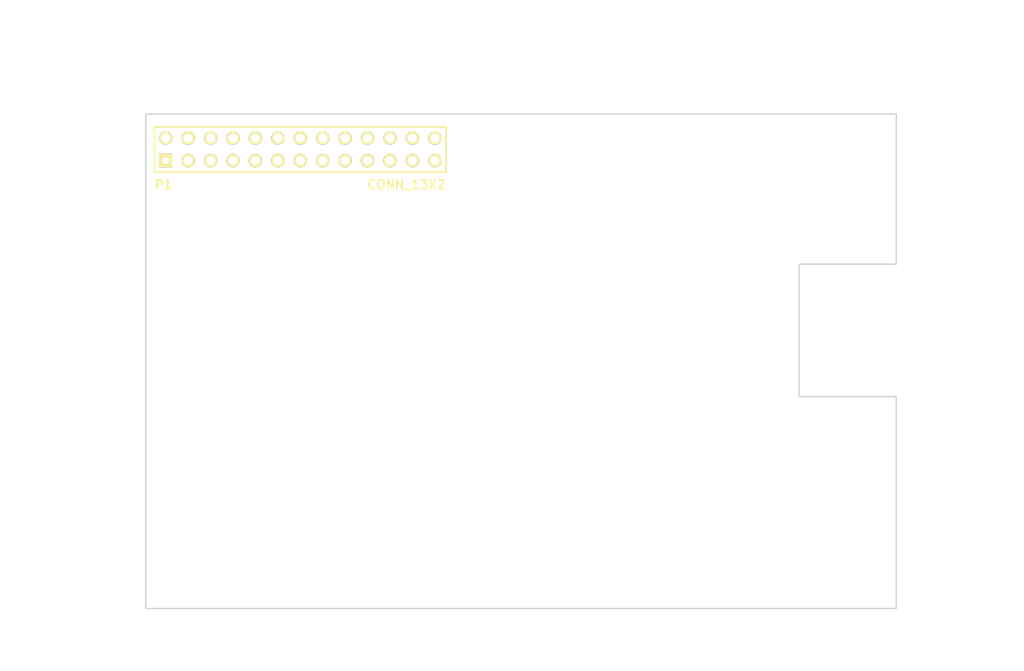
<source format=kicad_pcb>
(kicad_pcb (version 20221018) (generator pcbnew)
  (title_block (date "15 nov 2012"))
  (layers (0 "F.Cu" signal) (31 "B.Cu" signal) (34 "B.Paste" user) (35 "F.Paste" user) (36 "B.SilkS" user) (37 "F.SilkS" user) (38 "B.Mask" user) (39 "F.Mask" user) (44 "Edge.Cuts" user))
  (net 0 "")
  (net 1 "+3.3V")
  (net 2 "+5V")
  (net 3 "GND")
  (footprint "pin_array_13x2" (layer "F.Cu") (at 161 129)
    (fp_text reference "P1" (at -15.5 4) (layer "F.SilkS") (effects (font (size 1.016 1.016) (thickness 0.2032))))
    (fp_text value "CONN_13X2" (at 12 4) (layer "F.SilkS") (effects (font (size 1.016 1.016) (thickness 0.2032))))
    (fp_line (start -16.51 -2.54) (end -16.51 2.54) (stroke (width 0.2032)) (layer "F.SilkS"))
    (fp_line (start -16.51 2.54) (end 16.51 2.54) (stroke (width 0.2032)) (layer "F.SilkS"))
    (fp_line (start 16.51 -2.54) (end -16.51 -2.54) (stroke (width 0.2032)) (layer "F.SilkS"))
    (fp_line (start 16.51 2.54) (end 16.51 -2.54) (stroke (width 0.2032)) (layer "F.SilkS"))
    (pad "1" thru_hole rect (at -15.24 1.27) (size 1.524 1.524) (drill 0.8128) (layers "*.Cu" "*.Mask" "F.SilkS") (net 1 "+3.3V"))
    (pad "2" thru_hole circle (at -15.24 -1.27) (size 1.524 1.524) (drill 1.016) (layers "*.Cu" "*.Mask" "F.SilkS") (net 2 "+5V"))
    (pad "3" thru_hole circle (at -12.7 1.27) (size 1.524 1.524) (drill 1.016) (layers "*.Cu" "*.Mask" "F.SilkS"))
    (pad "4" thru_hole circle (at -12.7 -1.27) (size 1.524 1.524) (drill 1.016) (layers "*.Cu" "*.Mask" "F.SilkS"))
    (pad "5" thru_hole circle (at -10.16 1.27) (size 1.524 1.524) (drill 1.016) (layers "*.Cu" "*.Mask" "F.SilkS"))
    (pad "6" thru_hole circle (at -10.16 -1.27) (size 1.524 1.524) (drill 1.016) (layers "*.Cu" "*.Mask" "F.SilkS") (net 3 "GND"))
    (pad "7" thru_hole circle (at -7.62 1.27) (size 1.524 1.524) (drill 1.016) (layers "*.Cu" "*.Mask" "F.SilkS"))
    (pad "8" thru_hole circle (at -7.62 -1.27) (size 1.524 1.524) (drill 1.016) (layers "*.Cu" "*.Mask" "F.SilkS"))
    (pad "9" thru_hole circle (at -5.08 1.27) (size 1.524 1.524) (drill 1.016) (layers "*.Cu" "*.Mask" "F.SilkS"))
    (pad "10" thru_hole circle (at -5.08 -1.27) (size 1.524 1.524) (drill 1.016) (layers "*.Cu" "*.Mask" "F.SilkS"))
    (pad "11" thru_hole circle (at -2.54 1.27) (size 1.524 1.524) (drill 1.016) (layers "*.Cu" "*.Mask" "F.SilkS"))
    (pad "12" thru_hole circle (at -2.54 -1.27) (size 1.524 1.524) (drill 1.016) (layers "*.Cu" "*.Mask" "F.SilkS"))
    (pad "13" thru_hole circle (at 0 1.27) (size 1.524 1.524) (drill 1.016) (layers "*.Cu" "*.Mask" "F.SilkS"))
    (pad "14" thru_hole circle (at 0 -1.27) (size 1.524 1.524) (drill 1.016) (layers "*.Cu" "*.Mask" "F.SilkS"))
    (pad "15" thru_hole circle (at 2.54 1.27) (size 1.524 1.524) (drill 1.016) (layers "*.Cu" "*.Mask" "F.SilkS"))
    (pad "16" thru_hole circle (at 2.54 -1.27) (size 1.524 1.524) (drill 1.016) (layers "*.Cu" "*.Mask" "F.SilkS"))
    (pad "17" thru_hole circle (at 5.08 1.27) (size 1.524 1.524) (drill 1.016) (layers "*.Cu" "*.Mask" "F.SilkS"))
    (pad "18" thru_hole circle (at 5.08 -1.27) (size 1.524 1.524) (drill 1.016) (layers "*.Cu" "*.Mask" "F.SilkS"))
    (pad "19" thru_hole circle (at 7.62 1.27) (size 1.524 1.524) (drill 1.016) (layers "*.Cu" "*.Mask" "F.SilkS"))
    (pad "20" thru_hole circle (at 7.62 -1.27) (size 1.524 1.524) (drill 1.016) (layers "*.Cu" "*.Mask" "F.SilkS"))
    (pad "21" thru_hole circle (at 10.16 1.27) (size 1.524 1.524) (drill 1.016) (layers "*.Cu" "*.Mask" "F.SilkS"))
    (pad "22" thru_hole circle (at 10.16 -1.27) (size 1.524 1.524) (drill 1.016) (layers "*.Cu" "*.Mask" "F.SilkS"))
    (pad "23" thru_hole circle (at 12.7 1.27) (size 1.524 1.524) (drill 1.016) (layers "*.Cu" "*.Mask" "F.SilkS"))
    (pad "24" thru_hole circle (at 12.7 -1.27) (size 1.524 1.524) (drill 1.016) (layers "*.Cu" "*.Mask" "F.SilkS"))
    (pad "25" thru_hole circle (at 15.24 1.27) (size 1.524 1.524) (drill 1.016) (layers "*.Cu" "*.Mask" "F.SilkS"))
    (pad "26" thru_hole circle (at 15.24 -1.27) (size 1.524 1.524) (drill 1.016) (layers "*.Cu" "*.Mask" "F.SilkS"))
  )
  (gr_line (start 217.5 142) (end 228.5 142) (stroke (width 0.15)) (layer "Edge.Cuts"))
  (gr_line (start 228.5 142) (end 228.5 125) (stroke (width 0.15)) (layer "Edge.Cuts"))
  (gr_line (start 228.5 181) (end 228.5 157) (stroke (width 0.15)) (layer "Edge.Cuts"))
  (gr_line (start 217.5 157) (end 217.5 142) (stroke (width 0.15)) (layer "Edge.Cuts"))
  (gr_line (start 143.5 125) (end 143.5 181) (stroke (width 0.15)) (layer "Edge.Cuts"))
  (gr_line (start 143.5 181) (end 228.5 181) (stroke (width 0.15)) (layer "Edge.Cuts"))
  (gr_line (start 228.5 125) (end 143.5 125) (stroke (width 0.15)) (layer "Edge.Cuts"))
  (gr_line (start 228.5 157) (end 217.5 157) (stroke (width 0.15)) (layer "Edge.Cuts"))
)
</source>
